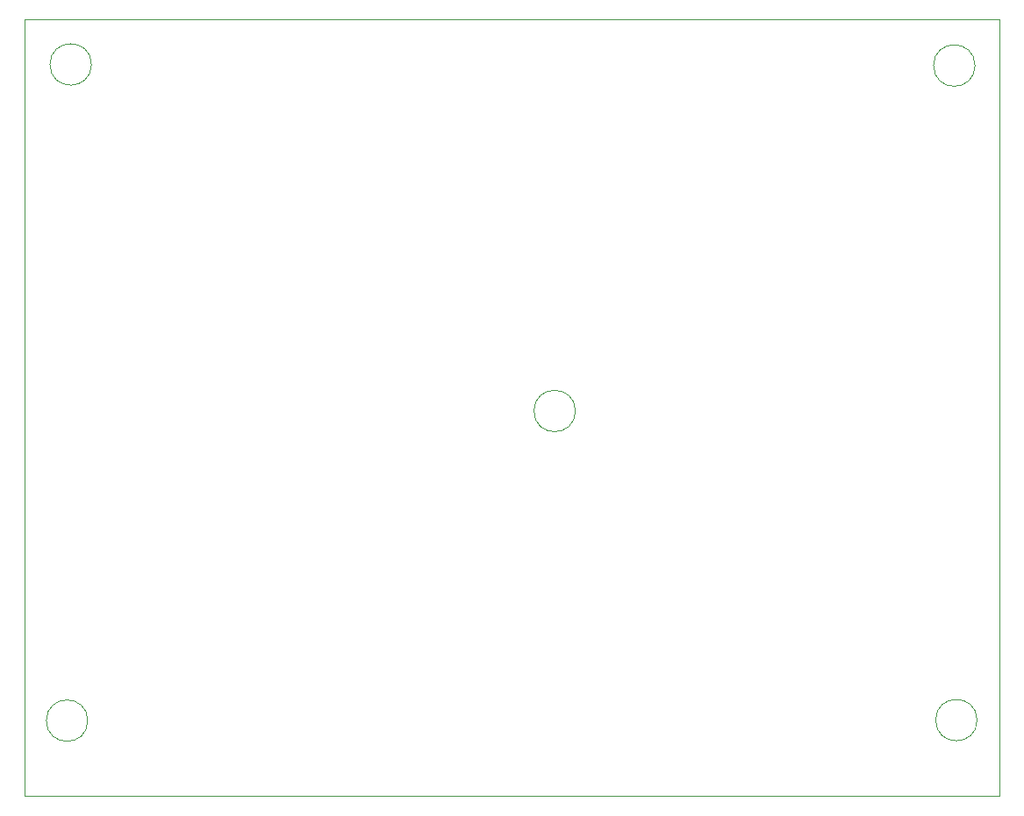
<source format=gbr>
G04 #@! TF.GenerationSoftware,KiCad,Pcbnew,(5.1.5)-3*
G04 #@! TF.CreationDate,2021-01-24T13:34:38-05:00*
G04 #@! TF.ProjectId,DoubLayerSim,446f7562-4c61-4796-9572-53696d2e6b69,rev?*
G04 #@! TF.SameCoordinates,Original*
G04 #@! TF.FileFunction,Profile,NP*
%FSLAX46Y46*%
G04 Gerber Fmt 4.6, Leading zero omitted, Abs format (unit mm)*
G04 Created by KiCad (PCBNEW (5.1.5)-3) date 2021-01-24 13:34:38*
%MOMM*%
%LPD*%
G04 APERTURE LIST*
%ADD10C,0.100000*%
G04 APERTURE END LIST*
D10*
X109365800Y-110756700D02*
G75*
G03X109365800Y-110756700I-2000000J0D01*
G01*
X156419300Y-80842100D02*
G75*
G03X156419300Y-80842100I-2000000J0D01*
G01*
X109721400Y-47371000D02*
G75*
G03X109721400Y-47371000I-2000000J0D01*
G01*
X195179700Y-110705900D02*
G75*
G03X195179700Y-110705900I-2000000J0D01*
G01*
X194976500Y-47472600D02*
G75*
G03X194976500Y-47472600I-2000000J0D01*
G01*
X103301800Y-43040300D02*
X197301800Y-43040300D01*
X103301800Y-118040300D02*
X197301800Y-118040300D01*
X103301800Y-43040300D02*
X103301800Y-118040300D01*
X197301800Y-43040300D02*
X197301800Y-118040300D01*
M02*

</source>
